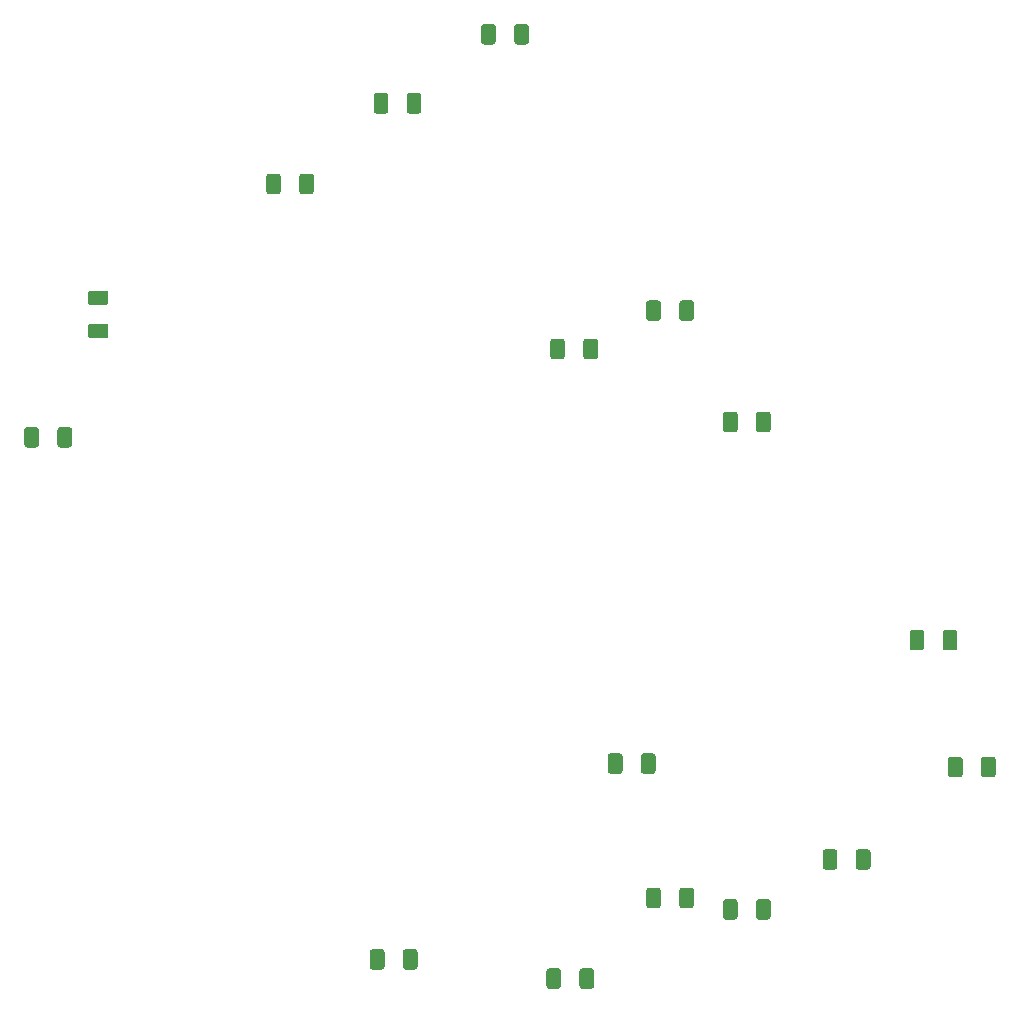
<source format=gbr>
G04 #@! TF.GenerationSoftware,KiCad,Pcbnew,5.1.6*
G04 #@! TF.CreationDate,2020-07-14T16:13:17+02:00*
G04 #@! TF.ProjectId,Mainboard,4d61696e-626f-4617-9264-2e6b69636164,rev?*
G04 #@! TF.SameCoordinates,Original*
G04 #@! TF.FileFunction,Paste,Bot*
G04 #@! TF.FilePolarity,Positive*
%FSLAX46Y46*%
G04 Gerber Fmt 4.6, Leading zero omitted, Abs format (unit mm)*
G04 Created by KiCad (PCBNEW 5.1.6) date 2020-07-14 16:13:17*
%MOMM*%
%LPD*%
G01*
G04 APERTURE LIST*
G04 APERTURE END LIST*
G36*
G01*
X214025000Y-112625000D02*
X214025000Y-111375000D01*
G75*
G02*
X214275000Y-111125000I250000J0D01*
G01*
X215025000Y-111125000D01*
G75*
G02*
X215275000Y-111375000I0J-250000D01*
G01*
X215275000Y-112625000D01*
G75*
G02*
X215025000Y-112875000I-250000J0D01*
G01*
X214275000Y-112875000D01*
G75*
G02*
X214025000Y-112625000I0J250000D01*
G01*
G37*
G36*
G01*
X211225000Y-112625000D02*
X211225000Y-111375000D01*
G75*
G02*
X211475000Y-111125000I250000J0D01*
G01*
X212225000Y-111125000D01*
G75*
G02*
X212475000Y-111375000I0J-250000D01*
G01*
X212475000Y-112625000D01*
G75*
G02*
X212225000Y-112875000I-250000J0D01*
G01*
X211475000Y-112875000D01*
G75*
G02*
X211225000Y-112625000I0J250000D01*
G01*
G37*
G36*
G01*
X201875000Y-119200000D02*
X201875000Y-120450000D01*
G75*
G02*
X201625000Y-120700000I-250000J0D01*
G01*
X200875000Y-120700000D01*
G75*
G02*
X200625000Y-120450000I0J250000D01*
G01*
X200625000Y-119200000D01*
G75*
G02*
X200875000Y-118950000I250000J0D01*
G01*
X201625000Y-118950000D01*
G75*
G02*
X201875000Y-119200000I0J-250000D01*
G01*
G37*
G36*
G01*
X204675000Y-119200000D02*
X204675000Y-120450000D01*
G75*
G02*
X204425000Y-120700000I-250000J0D01*
G01*
X203675000Y-120700000D01*
G75*
G02*
X203425000Y-120450000I0J250000D01*
G01*
X203425000Y-119200000D01*
G75*
G02*
X203675000Y-118950000I250000J0D01*
G01*
X204425000Y-118950000D01*
G75*
G02*
X204675000Y-119200000I0J-250000D01*
G01*
G37*
G36*
G01*
X139900000Y-72900000D02*
X138650000Y-72900000D01*
G75*
G02*
X138400000Y-72650000I0J250000D01*
G01*
X138400000Y-71900000D01*
G75*
G02*
X138650000Y-71650000I250000J0D01*
G01*
X139900000Y-71650000D01*
G75*
G02*
X140150000Y-71900000I0J-250000D01*
G01*
X140150000Y-72650000D01*
G75*
G02*
X139900000Y-72900000I-250000J0D01*
G01*
G37*
G36*
G01*
X139900000Y-75700000D02*
X138650000Y-75700000D01*
G75*
G02*
X138400000Y-75450000I0J250000D01*
G01*
X138400000Y-74700000D01*
G75*
G02*
X138650000Y-74450000I250000J0D01*
G01*
X139900000Y-74450000D01*
G75*
G02*
X140150000Y-74700000I0J-250000D01*
G01*
X140150000Y-75450000D01*
G75*
G02*
X139900000Y-75700000I-250000J0D01*
G01*
G37*
G36*
G01*
X209225000Y-100625000D02*
X209225000Y-101875000D01*
G75*
G02*
X208975000Y-102125000I-250000J0D01*
G01*
X208225000Y-102125000D01*
G75*
G02*
X207975000Y-101875000I0J250000D01*
G01*
X207975000Y-100625000D01*
G75*
G02*
X208225000Y-100375000I250000J0D01*
G01*
X208975000Y-100375000D01*
G75*
G02*
X209225000Y-100625000I0J-250000D01*
G01*
G37*
G36*
G01*
X212025000Y-100625000D02*
X212025000Y-101875000D01*
G75*
G02*
X211775000Y-102125000I-250000J0D01*
G01*
X211025000Y-102125000D01*
G75*
G02*
X210775000Y-101875000I0J250000D01*
G01*
X210775000Y-100625000D01*
G75*
G02*
X211025000Y-100375000I250000J0D01*
G01*
X211775000Y-100375000D01*
G75*
G02*
X212025000Y-100625000I0J-250000D01*
G01*
G37*
G36*
G01*
X194975000Y-124675000D02*
X194975000Y-123425000D01*
G75*
G02*
X195225000Y-123175000I250000J0D01*
G01*
X195975000Y-123175000D01*
G75*
G02*
X196225000Y-123425000I0J-250000D01*
G01*
X196225000Y-124675000D01*
G75*
G02*
X195975000Y-124925000I-250000J0D01*
G01*
X195225000Y-124925000D01*
G75*
G02*
X194975000Y-124675000I0J250000D01*
G01*
G37*
G36*
G01*
X192175000Y-124675000D02*
X192175000Y-123425000D01*
G75*
G02*
X192425000Y-123175000I250000J0D01*
G01*
X193175000Y-123175000D01*
G75*
G02*
X193425000Y-123425000I0J-250000D01*
G01*
X193425000Y-124675000D01*
G75*
G02*
X193175000Y-124925000I-250000J0D01*
G01*
X192425000Y-124925000D01*
G75*
G02*
X192175000Y-124675000I0J250000D01*
G01*
G37*
G36*
G01*
X178475000Y-129275000D02*
X178475000Y-130525000D01*
G75*
G02*
X178225000Y-130775000I-250000J0D01*
G01*
X177475000Y-130775000D01*
G75*
G02*
X177225000Y-130525000I0J250000D01*
G01*
X177225000Y-129275000D01*
G75*
G02*
X177475000Y-129025000I250000J0D01*
G01*
X178225000Y-129025000D01*
G75*
G02*
X178475000Y-129275000I0J-250000D01*
G01*
G37*
G36*
G01*
X181275000Y-129275000D02*
X181275000Y-130525000D01*
G75*
G02*
X181025000Y-130775000I-250000J0D01*
G01*
X180275000Y-130775000D01*
G75*
G02*
X180025000Y-130525000I0J250000D01*
G01*
X180025000Y-129275000D01*
G75*
G02*
X180275000Y-129025000I250000J0D01*
G01*
X181025000Y-129025000D01*
G75*
G02*
X181275000Y-129275000I0J-250000D01*
G01*
G37*
G36*
G01*
X188475000Y-73975000D02*
X188475000Y-72725000D01*
G75*
G02*
X188725000Y-72475000I250000J0D01*
G01*
X189475000Y-72475000D01*
G75*
G02*
X189725000Y-72725000I0J-250000D01*
G01*
X189725000Y-73975000D01*
G75*
G02*
X189475000Y-74225000I-250000J0D01*
G01*
X188725000Y-74225000D01*
G75*
G02*
X188475000Y-73975000I0J250000D01*
G01*
G37*
G36*
G01*
X185675000Y-73975000D02*
X185675000Y-72725000D01*
G75*
G02*
X185925000Y-72475000I250000J0D01*
G01*
X186675000Y-72475000D01*
G75*
G02*
X186925000Y-72725000I0J-250000D01*
G01*
X186925000Y-73975000D01*
G75*
G02*
X186675000Y-74225000I-250000J0D01*
G01*
X185925000Y-74225000D01*
G75*
G02*
X185675000Y-73975000I0J250000D01*
G01*
G37*
G36*
G01*
X194975000Y-83400000D02*
X194975000Y-82150000D01*
G75*
G02*
X195225000Y-81900000I250000J0D01*
G01*
X195975000Y-81900000D01*
G75*
G02*
X196225000Y-82150000I0J-250000D01*
G01*
X196225000Y-83400000D01*
G75*
G02*
X195975000Y-83650000I-250000J0D01*
G01*
X195225000Y-83650000D01*
G75*
G02*
X194975000Y-83400000I0J250000D01*
G01*
G37*
G36*
G01*
X192175000Y-83400000D02*
X192175000Y-82150000D01*
G75*
G02*
X192425000Y-81900000I250000J0D01*
G01*
X193175000Y-81900000D01*
G75*
G02*
X193425000Y-82150000I0J-250000D01*
G01*
X193425000Y-83400000D01*
G75*
G02*
X193175000Y-83650000I-250000J0D01*
G01*
X192425000Y-83650000D01*
G75*
G02*
X192175000Y-83400000I0J250000D01*
G01*
G37*
G36*
G01*
X172950000Y-49325000D02*
X172950000Y-50575000D01*
G75*
G02*
X172700000Y-50825000I-250000J0D01*
G01*
X171950000Y-50825000D01*
G75*
G02*
X171700000Y-50575000I0J250000D01*
G01*
X171700000Y-49325000D01*
G75*
G02*
X171950000Y-49075000I250000J0D01*
G01*
X172700000Y-49075000D01*
G75*
G02*
X172950000Y-49325000I0J-250000D01*
G01*
G37*
G36*
G01*
X175750000Y-49325000D02*
X175750000Y-50575000D01*
G75*
G02*
X175500000Y-50825000I-250000J0D01*
G01*
X174750000Y-50825000D01*
G75*
G02*
X174500000Y-50575000I0J250000D01*
G01*
X174500000Y-49325000D01*
G75*
G02*
X174750000Y-49075000I250000J0D01*
G01*
X175500000Y-49075000D01*
G75*
G02*
X175750000Y-49325000I0J-250000D01*
G01*
G37*
G36*
G01*
X134275000Y-83450000D02*
X134275000Y-84700000D01*
G75*
G02*
X134025000Y-84950000I-250000J0D01*
G01*
X133275000Y-84950000D01*
G75*
G02*
X133025000Y-84700000I0J250000D01*
G01*
X133025000Y-83450000D01*
G75*
G02*
X133275000Y-83200000I250000J0D01*
G01*
X134025000Y-83200000D01*
G75*
G02*
X134275000Y-83450000I0J-250000D01*
G01*
G37*
G36*
G01*
X137075000Y-83450000D02*
X137075000Y-84700000D01*
G75*
G02*
X136825000Y-84950000I-250000J0D01*
G01*
X136075000Y-84950000D01*
G75*
G02*
X135825000Y-84700000I0J250000D01*
G01*
X135825000Y-83450000D01*
G75*
G02*
X136075000Y-83200000I250000J0D01*
G01*
X136825000Y-83200000D01*
G75*
G02*
X137075000Y-83450000I0J-250000D01*
G01*
G37*
G36*
G01*
X188475000Y-123700000D02*
X188475000Y-122450000D01*
G75*
G02*
X188725000Y-122200000I250000J0D01*
G01*
X189475000Y-122200000D01*
G75*
G02*
X189725000Y-122450000I0J-250000D01*
G01*
X189725000Y-123700000D01*
G75*
G02*
X189475000Y-123950000I-250000J0D01*
G01*
X188725000Y-123950000D01*
G75*
G02*
X188475000Y-123700000I0J250000D01*
G01*
G37*
G36*
G01*
X185675000Y-123700000D02*
X185675000Y-122450000D01*
G75*
G02*
X185925000Y-122200000I250000J0D01*
G01*
X186675000Y-122200000D01*
G75*
G02*
X186925000Y-122450000I0J-250000D01*
G01*
X186925000Y-123700000D01*
G75*
G02*
X186675000Y-123950000I-250000J0D01*
G01*
X185925000Y-123950000D01*
G75*
G02*
X185675000Y-123700000I0J250000D01*
G01*
G37*
G36*
G01*
X178800000Y-75975000D02*
X178800000Y-77225000D01*
G75*
G02*
X178550000Y-77475000I-250000J0D01*
G01*
X177800000Y-77475000D01*
G75*
G02*
X177550000Y-77225000I0J250000D01*
G01*
X177550000Y-75975000D01*
G75*
G02*
X177800000Y-75725000I250000J0D01*
G01*
X178550000Y-75725000D01*
G75*
G02*
X178800000Y-75975000I0J-250000D01*
G01*
G37*
G36*
G01*
X181600000Y-75975000D02*
X181600000Y-77225000D01*
G75*
G02*
X181350000Y-77475000I-250000J0D01*
G01*
X180600000Y-77475000D01*
G75*
G02*
X180350000Y-77225000I0J250000D01*
G01*
X180350000Y-75975000D01*
G75*
G02*
X180600000Y-75725000I250000J0D01*
G01*
X181350000Y-75725000D01*
G75*
G02*
X181600000Y-75975000I0J-250000D01*
G01*
G37*
G36*
G01*
X183675000Y-111075000D02*
X183675000Y-112325000D01*
G75*
G02*
X183425000Y-112575000I-250000J0D01*
G01*
X182675000Y-112575000D01*
G75*
G02*
X182425000Y-112325000I0J250000D01*
G01*
X182425000Y-111075000D01*
G75*
G02*
X182675000Y-110825000I250000J0D01*
G01*
X183425000Y-110825000D01*
G75*
G02*
X183675000Y-111075000I0J-250000D01*
G01*
G37*
G36*
G01*
X186475000Y-111075000D02*
X186475000Y-112325000D01*
G75*
G02*
X186225000Y-112575000I-250000J0D01*
G01*
X185475000Y-112575000D01*
G75*
G02*
X185225000Y-112325000I0J250000D01*
G01*
X185225000Y-111075000D01*
G75*
G02*
X185475000Y-110825000I250000J0D01*
G01*
X186225000Y-110825000D01*
G75*
G02*
X186475000Y-111075000I0J-250000D01*
G01*
G37*
G36*
G01*
X165075000Y-128900000D02*
X165075000Y-127650000D01*
G75*
G02*
X165325000Y-127400000I250000J0D01*
G01*
X166075000Y-127400000D01*
G75*
G02*
X166325000Y-127650000I0J-250000D01*
G01*
X166325000Y-128900000D01*
G75*
G02*
X166075000Y-129150000I-250000J0D01*
G01*
X165325000Y-129150000D01*
G75*
G02*
X165075000Y-128900000I0J250000D01*
G01*
G37*
G36*
G01*
X162275000Y-128900000D02*
X162275000Y-127650000D01*
G75*
G02*
X162525000Y-127400000I250000J0D01*
G01*
X163275000Y-127400000D01*
G75*
G02*
X163525000Y-127650000I0J-250000D01*
G01*
X163525000Y-128900000D01*
G75*
G02*
X163275000Y-129150000I-250000J0D01*
G01*
X162525000Y-129150000D01*
G75*
G02*
X162275000Y-128900000I0J250000D01*
G01*
G37*
G36*
G01*
X156300000Y-63250000D02*
X156300000Y-62000000D01*
G75*
G02*
X156550000Y-61750000I250000J0D01*
G01*
X157300000Y-61750000D01*
G75*
G02*
X157550000Y-62000000I0J-250000D01*
G01*
X157550000Y-63250000D01*
G75*
G02*
X157300000Y-63500000I-250000J0D01*
G01*
X156550000Y-63500000D01*
G75*
G02*
X156300000Y-63250000I0J250000D01*
G01*
G37*
G36*
G01*
X153500000Y-63250000D02*
X153500000Y-62000000D01*
G75*
G02*
X153750000Y-61750000I250000J0D01*
G01*
X154500000Y-61750000D01*
G75*
G02*
X154750000Y-62000000I0J-250000D01*
G01*
X154750000Y-63250000D01*
G75*
G02*
X154500000Y-63500000I-250000J0D01*
G01*
X153750000Y-63500000D01*
G75*
G02*
X153500000Y-63250000I0J250000D01*
G01*
G37*
G36*
G01*
X165400000Y-56425000D02*
X165400000Y-55175000D01*
G75*
G02*
X165650000Y-54925000I250000J0D01*
G01*
X166400000Y-54925000D01*
G75*
G02*
X166650000Y-55175000I0J-250000D01*
G01*
X166650000Y-56425000D01*
G75*
G02*
X166400000Y-56675000I-250000J0D01*
G01*
X165650000Y-56675000D01*
G75*
G02*
X165400000Y-56425000I0J250000D01*
G01*
G37*
G36*
G01*
X162600000Y-56425000D02*
X162600000Y-55175000D01*
G75*
G02*
X162850000Y-54925000I250000J0D01*
G01*
X163600000Y-54925000D01*
G75*
G02*
X163850000Y-55175000I0J-250000D01*
G01*
X163850000Y-56425000D01*
G75*
G02*
X163600000Y-56675000I-250000J0D01*
G01*
X162850000Y-56675000D01*
G75*
G02*
X162600000Y-56425000I0J250000D01*
G01*
G37*
M02*

</source>
